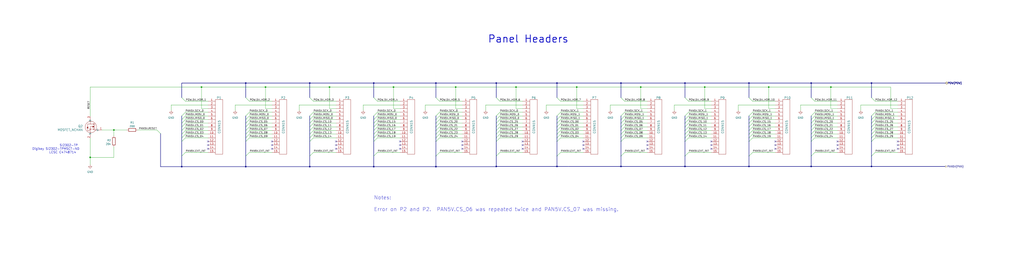
<source format=kicad_sch>
(kicad_sch (version 20230121) (generator eeschema)
  (paper "User" 711.2 190.5)
  (lib_symbols
    (symbol "Device:R" (pin_numbers hide) (pin_names (offset 0))
      (property "Reference" "R" (at 2.032 0 90))
      (property "Value" "R" (at 0 0 90))
      (symbol "R_0_1"
        (rectangle (start -1.016 -2.54) (end 1.016 2.54) (stroke (width 0.254)))
      )
      (symbol "R_1_1"
        (pin passive line (at 0 3.81 270) (length 1.27) (name "~") (number "1"))
        (pin passive line (at 0 -3.81 90) (length 1.27) (name "~") (number "2"))
      )
    )
    (symbol "arena_custom:CONN15" (pin_names (offset 1.016))
      (property "Reference" "P" (at -17.78 6.35 0))
      (property "Value" "CONN15" (at 13.97 6.35 0))
      (symbol "CONN15_0_1"
        (rectangle (start -19.05 5.08) (end 19.05 0))
      )
      (symbol "CONN15_1_1"
        (pin passive line (at -17.78 -5.08 90) (length 5.08) (name "~") (number "1"))
        (pin passive line (at 5.08 -5.08 90) (length 5.08) (name "~") (number "10"))
        (pin passive line (at 7.62 -5.08 90) (length 5.08) (name "~") (number "11"))
        (pin passive line (at 10.16 -5.08 90) (length 5.08) (name "~") (number "12"))
        (pin passive line (at 12.7 -5.08 90) (length 5.08) (name "~") (number "13"))
        (pin passive line (at 15.24 -5.08 90) (length 5.08) (name "~") (number "14"))
        (pin passive line (at 17.78 -5.08 90) (length 5.08) (name "~") (number "15"))
        (pin passive line (at -15.24 -5.08 90) (length 5.08) (name "~") (number "2"))
        (pin passive line (at -12.7 -5.08 90) (length 5.08) (name "~") (number "3"))
        (pin passive line (at -10.16 -5.08 90) (length 5.08) (name "~") (number "4"))
        (pin passive line (at -7.62 -5.08 90) (length 5.08) (name "~") (number "5"))
        (pin passive line (at -5.08 -5.08 90) (length 5.08) (name "~") (number "6"))
        (pin passive line (at -2.54 -5.08 90) (length 5.08) (name "~") (number "7"))
        (pin passive line (at 0 -5.08 90) (length 5.08) (name "~") (number "8"))
        (pin passive line (at 2.54 -5.08 90) (length 5.08) (name "~") (number "9"))
      )
    )
    (symbol "arena_custom:MOSFET_NCHAN" (pin_names (offset 1.016))
      (property "Reference" "Q" (at -4.826 6.35 0))
      (property "Value" "MOSFET_NCHAN" (at 0.381 -7.62 0))
      (symbol "MOSFET_NCHAN_0_1"
        (circle (center -0.508 2.032) (radius 3.9624))
        (polyline (pts (xy -6.858 0) (xy -5.842 0)))
        (polyline (pts (xy -2.54 0) (xy -2.54 1.016)) (stroke (width 0.254)))
        (polyline (pts (xy -2.54 1.778) (xy -2.54 2.794)) (stroke (width 0.254)))
        (polyline (pts (xy -2.54 3.556) (xy -2.54 4.572)) (stroke (width 0.254)))
        (polyline (pts (xy -0.254 4.064) (xy -2.54 4.064)))
        (polyline (pts (xy 0 -4.318) (xy 0 -1.524)))
        (polyline (pts (xy 0 0.508) (xy 0 -1.524)))
        (polyline (pts (xy 0 8.255) (xy 0 4.064)))
        (polyline (pts (xy 1.27 2.032) (xy 2.286 2.032)))
        (polyline (pts (xy -6.096 0) (xy -3.048 0) (xy -3.048 4.572)))
        (polyline (pts (xy -2.54 0.508) (xy 0 0.508) (xy 0 2.286) (xy -1.778 2.286)))
        (polyline (pts (xy -2.54 2.286) (xy -1.778 2.794) (xy -1.778 1.778) (xy -2.54 2.286)) (fill (type outline)))
        (polyline (pts (xy 0 -0.508) (xy 1.778 -0.508) (xy 1.778 4.064) (xy -0.254 4.064)))
        (polyline (pts (xy 1.778 2.032) (xy 1.27 1.27) (xy 2.286 1.27) (xy 1.778 2.032)) (fill (type outline)))
        (circle (center 0 0.508) (radius 0.254) (fill (type outline)))
      )
      (symbol "MOSFET_NCHAN_1_1"
        (pin input line (at -8.128 0 0) (length 1.27) (name "G") (number "1"))
        (pin input line (at 0 -5.588 90) (length 1.27) (name "S") (number "2"))
        (pin input line (at 0 9.525 270) (length 1.27) (name "D") (number "3"))
      )
    )
    (symbol "power:GND" (power) (pin_names (offset 0))
      (property "Value" "GND" (at 0 -3.81 0))
      (symbol "GND_0_1"
        (polyline (pts (xy 0 0) (xy 0 -1.27) (xy 1.27 -1.27) (xy 0 -2.54) (xy -1.27 -1.27) (xy 0 -1.27)))
      )
      (symbol "GND_1_1"
        (pin power_in line (at 0 0 270) (length 0) hide (name "GND") (number "1"))
      )
    )
  )
  (bus_alias "PAN" (members "RESET" "SCK_0" "MOSI_0" "MISO_0" "SCK_1" "MOSI_1" "MISO_1" "CS_00" "CS_01" "CS_02" "CS_03" "CS_04" "CS_05" "CS_06" "CS_07" "CS_08" "CS_09" "CS_10" "CS_11" "CS_12" "CS_13" "CS_14" "CS_15" "CS_16" "CS_17" "CS_18" "CS_19" "CS_20" "CS_21" "CS_22" "CS_23" "CS_24" "CS_25" "CS_26" "CS_27" "CS_28" "CS_29" "EXT_INT"))
  (junction (at 259.588 57.785))
  (junction (at 386.842 57.785))
  (junction (at 431.292 115.824))
  (junction (at 316.484 60.579))
  (junction (at 475.742 115.824))
  (junction (at 563.372 57.785))
  (junction (at 386.842 115.824))
  (junction (at 62.611 109.474))
  (junction (at 215.138 115.951))
  (junction (at 563.372 115.824))
  (junction (at 139.954 60.579))
  (junction (at 79.121 90.424))
  (junction (at 520.192 115.824))
  (junction (at 184.404 60.579))
  (junction (at 445.008 60.579))
  (junction (at 170.688 115.951))
  (junction (at 577.088 60.579))
  (junction (at 273.304 60.579))
  (junction (at 489.458 60.579))
  (junction (at 520.192 57.785))
  (junction (at 344.678 115.824))
  (junction (at 302.768 57.785))
  (junction (at 431.292 57.785))
  (junction (at 533.908 60.579))
  (junction (at 475.742 57.785))
  (junction (at 215.138 57.785))
  (junction (at 126.238 115.951))
  (junction (at 358.394 60.579))
  (junction (at 228.854 60.579))
  (junction (at 605.282 115.824))
  (junction (at 605.282 57.785))
  (junction (at 170.688 57.785))
  (junction (at 344.678 57.785))
  (junction (at 400.558 60.579))
  (junction (at 259.588 115.951))
  (junction (at 302.768 115.951))
  (no_connect (at 144.526 100.965))
  (no_connect (at 623.57 103.505))
  (no_connect (at 581.66 98.425))
  (no_connect (at 623.57 98.425))
  (no_connect (at 321.056 103.505))
  (no_connect (at 494.03 103.505))
  (no_connect (at 581.66 103.505))
  (no_connect (at 321.056 100.965))
  (no_connect (at 405.13 98.425))
  (no_connect (at 449.58 103.505))
  (no_connect (at 188.976 100.965))
  (no_connect (at 233.426 103.505))
  (no_connect (at 538.48 103.505))
  (no_connect (at 581.66 100.965))
  (no_connect (at 144.526 103.505))
  (no_connect (at 362.966 98.425))
  (no_connect (at 449.58 100.965))
  (no_connect (at 188.976 98.425))
  (no_connect (at 233.426 98.425))
  (no_connect (at 538.48 100.965))
  (no_connect (at 362.966 100.965))
  (no_connect (at 623.57 100.965))
  (no_connect (at 494.03 98.425))
  (no_connect (at 494.03 100.965))
  (no_connect (at 233.426 100.965))
  (no_connect (at 449.58 98.425))
  (no_connect (at 277.876 100.965))
  (no_connect (at 538.48 98.425))
  (no_connect (at 405.13 100.965))
  (no_connect (at 405.13 103.505))
  (no_connect (at 144.526 98.425))
  (no_connect (at 188.976 103.505))
  (no_connect (at 277.876 103.505))
  (no_connect (at 362.966 103.505))
  (no_connect (at 277.876 98.425))
  (no_connect (at 321.056 98.425))
  (bus_entry (at 563.372 88.265) (size 2.54 -2.54))
  (bus_entry (at 386.842 83.185) (size 2.54 -2.54))
  (bus_entry (at 302.768 80.645) (size 2.54 -2.54))
  (bus_entry (at 386.842 67.945) (size 2.54 2.54))
  (bus_entry (at 605.282 85.725) (size 2.54 -2.54))
  (bus_entry (at 475.742 98.425) (size 2.54 -2.54))
  (bus_entry (at 605.282 88.265) (size 2.54 -2.54))
  (bus_entry (at 344.678 90.805) (size 2.54 -2.54))
  (bus_entry (at 170.688 85.725) (size 2.54 -2.54))
  (bus_entry (at 259.588 98.425) (size 2.54 -2.54))
  (bus_entry (at 520.192 95.885) (size 2.54 -2.54))
  (bus_entry (at 126.238 85.725) (size 2.54 -2.54))
  (bus_entry (at 215.138 90.805) (size 2.54 -2.54))
  (bus_entry (at 215.138 98.425) (size 2.54 -2.54))
  (bus_entry (at 563.372 108.585) (size 2.54 -2.54))
  (bus_entry (at 126.238 80.645) (size 2.54 -2.54))
  (bus_entry (at 126.238 67.945) (size 2.54 2.54))
  (bus_entry (at 475.742 90.805) (size 2.54 -2.54))
  (bus_entry (at 605.282 80.645) (size 2.54 -2.54))
  (bus_entry (at 170.688 93.345) (size 2.54 -2.54))
  (bus_entry (at 520.192 83.185) (size 2.54 -2.54))
  (bus_entry (at 259.588 90.805) (size 2.54 -2.54))
  (bus_entry (at 170.688 95.885) (size 2.54 -2.54))
  (bus_entry (at 475.742 80.645) (size 2.54 -2.54))
  (bus_entry (at 431.292 98.425) (size 2.54 -2.54))
  (bus_entry (at 344.678 80.645) (size 2.54 -2.54))
  (bus_entry (at 344.678 85.725) (size 2.54 -2.54))
  (bus_entry (at 344.678 93.345) (size 2.54 -2.54))
  (bus_entry (at 386.842 88.265) (size 2.54 -2.54))
  (bus_entry (at 431.292 85.725) (size 2.54 -2.54))
  (bus_entry (at 215.138 80.645) (size 2.54 -2.54))
  (bus_entry (at 302.768 93.345) (size 2.54 -2.54))
  (bus_entry (at 126.238 95.885) (size 2.54 -2.54))
  (bus_entry (at 520.192 67.945) (size 2.54 2.54))
  (bus_entry (at 170.688 98.425) (size 2.54 -2.54))
  (bus_entry (at 475.742 85.725) (size 2.54 -2.54))
  (bus_entry (at 215.138 93.345) (size 2.54 -2.54))
  (bus_entry (at 386.842 95.885) (size 2.54 -2.54))
  (bus_entry (at 344.678 108.585) (size 2.54 -2.54))
  (bus_entry (at 563.372 95.885) (size 2.54 -2.54))
  (bus_entry (at 259.588 80.645) (size 2.54 -2.54))
  (bus_entry (at 215.138 88.265) (size 2.54 -2.54))
  (bus_entry (at 386.842 98.425) (size 2.54 -2.54))
  (bus_entry (at 475.742 95.885) (size 2.54 -2.54))
  (bus_entry (at 386.842 93.345) (size 2.54 -2.54))
  (bus_entry (at 170.688 108.585) (size 2.54 -2.54))
  (bus_entry (at 215.138 85.725) (size 2.54 -2.54))
  (bus_entry (at 111.506 92.964) (size -2.54 -2.54))
  (bus_entry (at 475.742 108.585) (size 2.54 -2.54))
  (bus_entry (at 563.372 83.185) (size 2.54 -2.54))
  (bus_entry (at 302.768 95.885) (size 2.54 -2.54))
  (bus_entry (at 302.768 108.585) (size 2.54 -2.54))
  (bus_entry (at 344.678 83.185) (size 2.54 -2.54))
  (bus_entry (at 431.292 93.345) (size 2.54 -2.54))
  (bus_entry (at 259.588 93.345) (size 2.54 -2.54))
  (bus_entry (at 344.678 98.425) (size 2.54 -2.54))
  (bus_entry (at 605.282 83.185) (size 2.54 -2.54))
  (bus_entry (at 215.138 95.885) (size 2.54 -2.54))
  (bus_entry (at 605.282 108.585) (size 2.54 -2.54))
  (bus_entry (at 431.292 80.645) (size 2.54 -2.54))
  (bus_entry (at 475.742 83.185) (size 2.54 -2.54))
  (bus_entry (at 126.238 83.185) (size 2.54 -2.54))
  (bus_entry (at 302.768 98.425) (size 2.54 -2.54))
  (bus_entry (at 259.588 85.725) (size 2.54 -2.54))
  (bus_entry (at 344.678 67.945) (size 2.54 2.54))
  (bus_entry (at 431.292 67.945) (size 2.54 2.54))
  (bus_entry (at 520.192 93.345) (size 2.54 -2.54))
  (bus_entry (at 126.238 90.805) (size 2.54 -2.54))
  (bus_entry (at 259.588 67.945) (size 2.54 2.54))
  (bus_entry (at 344.678 95.885) (size 2.54 -2.54))
  (bus_entry (at 605.282 98.425) (size 2.54 -2.54))
  (bus_entry (at 344.678 88.265) (size 2.54 -2.54))
  (bus_entry (at 431.292 88.265) (size 2.54 -2.54))
  (bus_entry (at 563.372 98.425) (size 2.54 -2.54))
  (bus_entry (at 475.742 67.945) (size 2.54 2.54))
  (bus_entry (at 520.192 98.425) (size 2.54 -2.54))
  (bus_entry (at 563.372 90.805) (size 2.54 -2.54))
  (bus_entry (at 170.688 83.185) (size 2.54 -2.54))
  (bus_entry (at 475.742 93.345) (size 2.54 -2.54))
  (bus_entry (at 170.688 90.805) (size 2.54 -2.54))
  (bus_entry (at 386.842 108.585) (size 2.54 -2.54))
  (bus_entry (at 259.588 88.265) (size 2.54 -2.54))
  (bus_entry (at 259.588 95.885) (size 2.54 -2.54))
  (bus_entry (at 520.192 88.265) (size 2.54 -2.54))
  (bus_entry (at 126.238 88.265) (size 2.54 -2.54))
  (bus_entry (at 563.372 67.945) (size 2.54 2.54))
  (bus_entry (at 302.768 67.945) (size 2.54 2.54))
  (bus_entry (at 215.138 108.585) (size 2.54 -2.54))
  (bus_entry (at 302.768 90.805) (size 2.54 -2.54))
  (bus_entry (at 475.742 88.265) (size 2.54 -2.54))
  (bus_entry (at 563.372 93.345) (size 2.54 -2.54))
  (bus_entry (at 605.282 95.885) (size 2.54 -2.54))
  (bus_entry (at 126.238 98.425) (size 2.54 -2.54))
  (bus_entry (at 126.238 93.345) (size 2.54 -2.54))
  (bus_entry (at 431.292 90.805) (size 2.54 -2.54))
  (bus_entry (at 170.688 88.265) (size 2.54 -2.54))
  (bus_entry (at 431.292 83.185) (size 2.54 -2.54))
  (bus_entry (at 563.372 80.645) (size 2.54 -2.54))
  (bus_entry (at 259.588 108.585) (size 2.54 -2.54))
  (bus_entry (at 215.138 83.185) (size 2.54 -2.54))
  (bus_entry (at 520.192 108.585) (size 2.54 -2.54))
  (bus_entry (at 302.768 85.725) (size 2.54 -2.54))
  (bus_entry (at 126.238 108.585) (size 2.54 -2.54))
  (bus_entry (at 386.842 85.725) (size 2.54 -2.54))
  (bus_entry (at 520.192 80.645) (size 2.54 -2.54))
  (bus_entry (at 170.688 67.945) (size 2.54 2.54))
  (bus_entry (at 386.842 80.645) (size 2.54 -2.54))
  (bus_entry (at 431.292 95.885) (size 2.54 -2.54))
  (bus_entry (at 605.282 93.345) (size 2.54 -2.54))
  (bus_entry (at 520.192 90.805) (size 2.54 -2.54))
  (bus_entry (at 302.768 83.185) (size 2.54 -2.54))
  (bus_entry (at 605.282 90.805) (size 2.54 -2.54))
  (bus_entry (at 259.588 83.185) (size 2.54 -2.54))
  (bus_entry (at 170.688 80.645) (size 2.54 -2.54))
  (bus_entry (at 431.292 108.585) (size 2.54 -2.54))
  (bus_entry (at 605.282 67.945) (size 2.54 2.54))
  (bus_entry (at 386.842 90.805) (size 2.54 -2.54))
  (bus_entry (at 563.372 85.725) (size 2.54 -2.54))
  (bus_entry (at 215.138 67.945) (size 2.54 2.54))
  (bus_entry (at 302.768 88.265) (size 2.54 -2.54))
  (bus_entry (at 520.192 85.725) (size 2.54 -2.54))
  (wire (pts (xy 184.404 75.565) (xy 184.404 60.579)))
  (wire (pts (xy 565.912 95.885) (xy 581.66 95.885)))
  (bus (pts (xy 259.588 115.951) (xy 302.768 115.951)))
  (bus (pts (xy 170.688 115.951) (xy 215.138 115.951)))
  (wire (pts (xy 305.308 93.345) (xy 321.056 93.345)))
  (bus (pts (xy 111.506 92.964) (xy 111.506 115.951)))
  (wire (pts (xy 597.916 73.025) (xy 623.57 73.025)))
  (bus (pts (xy 259.588 115.951) (xy 259.588 108.585)))
  (wire (pts (xy 533.908 75.565) (xy 533.908 60.579)))
  (wire (pts (xy 556.006 73.025) (xy 556.006 76.835)))
  (wire (pts (xy 433.832 93.345) (xy 449.58 93.345)))
  (bus (pts (xy 126.238 83.185) (xy 126.238 85.725)))
  (wire (pts (xy 478.282 88.265) (xy 494.03 88.265)))
  (bus (pts (xy 431.292 88.265) (xy 431.292 90.805)))
  (bus (pts (xy 475.742 88.265) (xy 475.742 90.805)))
  (wire (pts (xy 108.966 90.424) (xy 95.631 90.424)))
  (bus (pts (xy 215.138 90.805) (xy 215.138 93.345)))
  (bus (pts (xy 605.282 85.725) (xy 605.282 88.265)))
  (bus (pts (xy 170.688 95.885) (xy 170.688 98.425)))
  (bus (pts (xy 475.742 80.645) (xy 475.742 83.185)))
  (wire (pts (xy 262.128 95.885) (xy 277.876 95.885)))
  (bus (pts (xy 563.372 85.725) (xy 563.372 88.265)))
  (bus (pts (xy 126.238 95.885) (xy 126.238 98.425)))
  (bus (pts (xy 563.372 108.585) (xy 563.372 98.425)))
  (wire (pts (xy 433.832 83.185) (xy 449.58 83.185)))
  (bus (pts (xy 302.768 83.185) (xy 302.768 85.725)))
  (bus (pts (xy 386.842 108.585) (xy 386.842 115.824)))
  (wire (pts (xy 295.402 73.025) (xy 295.402 76.835)))
  (bus (pts (xy 386.842 98.425) (xy 386.842 108.585)))
  (wire (pts (xy 252.222 73.025) (xy 252.222 76.835)))
  (bus (pts (xy 520.192 93.345) (xy 520.192 95.885)))
  (wire (pts (xy 478.282 78.105) (xy 494.03 78.105)))
  (bus (pts (xy 344.678 80.645) (xy 344.678 83.185)))
  (bus (pts (xy 215.138 115.951) (xy 215.138 108.585)))
  (wire (pts (xy 565.912 80.645) (xy 581.66 80.645)))
  (wire (pts (xy 128.778 95.885) (xy 144.526 95.885)))
  (bus (pts (xy 520.192 108.585) (xy 520.192 98.425)))
  (bus (pts (xy 520.192 83.185) (xy 520.192 85.725)))
  (wire (pts (xy 305.308 106.045) (xy 321.056 106.045)))
  (bus (pts (xy 302.768 57.785) (xy 302.768 67.945)))
  (wire (pts (xy 305.308 90.805) (xy 321.056 90.805)))
  (wire (pts (xy 478.282 80.645) (xy 494.03 80.645)))
  (wire (pts (xy 62.611 109.474) (xy 62.611 114.554)))
  (bus (pts (xy 259.588 93.345) (xy 259.588 95.885)))
  (wire (pts (xy 173.228 70.485) (xy 188.976 70.485)))
  (wire (pts (xy 362.966 75.565) (xy 358.394 75.565)))
  (bus (pts (xy 386.842 88.265) (xy 386.842 90.805)))
  (wire (pts (xy 277.876 75.565) (xy 273.304 75.565)))
  (bus (pts (xy 431.292 80.645) (xy 431.292 83.185)))
  (wire (pts (xy 128.778 80.645) (xy 144.526 80.645)))
  (wire (pts (xy 445.008 75.565) (xy 445.008 60.579)))
  (wire (pts (xy 217.678 78.105) (xy 233.426 78.105)))
  (bus (pts (xy 344.678 115.824) (xy 386.842 115.824)))
  (wire (pts (xy 262.128 93.345) (xy 277.876 93.345)))
  (bus (pts (xy 302.768 90.805) (xy 302.768 93.345)))
  (wire (pts (xy 347.218 90.805) (xy 362.966 90.805)))
  (wire (pts (xy 389.382 93.345) (xy 405.13 93.345)))
  (bus (pts (xy 475.742 115.824) (xy 520.192 115.824)))
  (wire (pts (xy 478.282 70.485) (xy 494.03 70.485)))
  (wire (pts (xy 607.822 93.345) (xy 623.57 93.345)))
  (wire (pts (xy 128.778 78.105) (xy 144.526 78.105)))
  (bus (pts (xy 170.688 98.425) (xy 170.688 108.585)))
  (wire (pts (xy 316.484 60.579) (xy 358.394 60.579)))
  (wire (pts (xy 337.312 73.025) (xy 362.966 73.025)))
  (bus (pts (xy 431.292 115.824) (xy 475.742 115.824)))
  (wire (pts (xy 607.822 78.105) (xy 623.57 78.105)))
  (bus (pts (xy 344.678 57.785) (xy 344.678 67.945)))
  (wire (pts (xy 522.732 85.725) (xy 538.48 85.725)))
  (wire (pts (xy 433.832 80.645) (xy 449.58 80.645)))
  (wire (pts (xy 173.228 93.345) (xy 188.976 93.345)))
  (wire (pts (xy 128.778 90.805) (xy 144.526 90.805)))
  (wire (pts (xy 522.732 78.105) (xy 538.48 78.105)))
  (bus (pts (xy 259.588 85.725) (xy 259.588 88.265)))
  (wire (pts (xy 389.382 85.725) (xy 405.13 85.725)))
  (wire (pts (xy 468.376 73.025) (xy 468.376 76.835)))
  (bus (pts (xy 302.768 108.585) (xy 302.768 98.425)))
  (wire (pts (xy 184.404 60.579) (xy 228.854 60.579)))
  (wire (pts (xy 217.678 70.485) (xy 233.426 70.485)))
  (bus (pts (xy 215.138 85.725) (xy 215.138 88.265)))
  (bus (pts (xy 386.842 95.885) (xy 386.842 98.425)))
  (wire (pts (xy 273.304 75.565) (xy 273.304 60.579)))
  (wire (pts (xy 128.778 83.185) (xy 144.526 83.185)))
  (wire (pts (xy 522.732 80.645) (xy 538.48 80.645)))
  (bus (pts (xy 605.282 115.824) (xy 656.336 115.824)))
  (wire (pts (xy 173.228 95.885) (xy 188.976 95.885)))
  (bus (pts (xy 520.192 108.585) (xy 520.192 115.824)))
  (bus (pts (xy 605.282 57.785) (xy 656.59 57.785)))
  (wire (pts (xy 478.282 93.345) (xy 494.03 93.345)))
  (wire (pts (xy 445.008 60.579) (xy 489.458 60.579)))
  (bus (pts (xy 431.292 98.425) (xy 431.292 108.585)))
  (bus (pts (xy 344.678 90.805) (xy 344.678 93.345)))
  (wire (pts (xy 522.732 83.185) (xy 538.48 83.185)))
  (wire (pts (xy 565.912 93.345) (xy 581.66 93.345)))
  (bus (pts (xy 386.842 85.725) (xy 386.842 88.265)))
  (bus (pts (xy 386.842 90.805) (xy 386.842 93.345)))
  (wire (pts (xy 207.772 73.025) (xy 233.426 73.025)))
  (wire (pts (xy 228.854 75.565) (xy 228.854 60.579)))
  (wire (pts (xy 347.218 95.885) (xy 362.966 95.885)))
  (wire (pts (xy 262.128 70.485) (xy 277.876 70.485)))
  (wire (pts (xy 128.778 85.725) (xy 144.526 85.725)))
  (wire (pts (xy 347.218 83.185) (xy 362.966 83.185)))
  (wire (pts (xy 347.218 70.485) (xy 362.966 70.485)))
  (wire (pts (xy 173.228 85.725) (xy 188.976 85.725)))
  (wire (pts (xy 565.912 83.185) (xy 581.66 83.185)))
  (wire (pts (xy 538.48 75.565) (xy 533.908 75.565)))
  (bus (pts (xy 431.292 57.785) (xy 431.292 67.945)))
  (bus (pts (xy 215.138 95.885) (xy 215.138 98.425)))
  (wire (pts (xy 305.308 83.185) (xy 321.056 83.185)))
  (bus (pts (xy 605.282 108.585) (xy 605.282 115.824)))
  (bus (pts (xy 520.192 90.805) (xy 520.192 93.345)))
  (bus (pts (xy 170.688 90.805) (xy 170.688 93.345)))
  (bus (pts (xy 386.842 83.185) (xy 386.842 85.725)))
  (bus (pts (xy 344.678 108.585) (xy 344.678 98.425)))
  (bus (pts (xy 215.138 57.785) (xy 259.588 57.785)))
  (bus (pts (xy 431.292 57.785) (xy 475.742 57.785)))
  (bus (pts (xy 215.138 80.645) (xy 215.138 83.185)))
  (bus (pts (xy 605.282 80.645) (xy 605.282 83.185)))
  (bus (pts (xy 126.238 88.265) (xy 126.238 90.805)))
  (bus (pts (xy 520.192 85.725) (xy 520.192 88.265)))
  (wire (pts (xy 565.912 85.725) (xy 581.66 85.725)))
  (bus (pts (xy 215.138 108.585) (xy 215.138 98.425)))
  (bus (pts (xy 563.372 57.785) (xy 605.282 57.785)))
  (wire (pts (xy 217.678 83.185) (xy 233.426 83.185)))
  (bus (pts (xy 126.238 93.345) (xy 126.238 95.885)))
  (wire (pts (xy 577.088 60.579) (xy 618.617 60.579)))
  (bus (pts (xy 259.588 57.785) (xy 302.768 57.785)))
  (wire (pts (xy 478.282 106.045) (xy 494.03 106.045)))
  (bus (pts (xy 520.192 57.785) (xy 563.372 57.785)))
  (bus (pts (xy 475.742 98.425) (xy 475.742 108.585)))
  (wire (pts (xy 262.128 88.265) (xy 277.876 88.265)))
  (bus (pts (xy 386.842 80.645) (xy 386.842 83.185)))
  (wire (pts (xy 607.822 83.185) (xy 623.57 83.185)))
  (bus (pts (xy 605.282 108.585) (xy 605.282 98.425)))
  (wire (pts (xy 449.58 75.565) (xy 445.008 75.565)))
  (bus (pts (xy 344.678 85.725) (xy 344.678 88.265)))
  (wire (pts (xy 607.822 70.485) (xy 623.57 70.485)))
  (bus (pts (xy 563.372 88.265) (xy 563.372 90.805)))
  (wire (pts (xy 423.926 73.025) (xy 449.58 73.025)))
  (wire (pts (xy 305.308 80.645) (xy 321.056 80.645)))
  (bus (pts (xy 259.588 108.585) (xy 259.588 98.425)))
  (wire (pts (xy 128.778 70.485) (xy 144.526 70.485)))
  (wire (pts (xy 79.121 90.424) (xy 70.739 90.424)))
  (bus (pts (xy 344.678 115.951) (xy 344.678 115.824)))
  (wire (pts (xy 128.778 106.045) (xy 144.526 106.045)))
  (bus (pts (xy 126.238 108.585) (xy 126.238 115.951)))
  (bus (pts (xy 344.678 93.345) (xy 344.678 95.885)))
  (wire (pts (xy 478.282 85.725) (xy 494.03 85.725)))
  (wire (pts (xy 565.912 70.485) (xy 581.66 70.485)))
  (wire (pts (xy 252.222 73.025) (xy 277.876 73.025)))
  (wire (pts (xy 233.426 75.565) (xy 228.854 75.565)))
  (wire (pts (xy 565.912 90.805) (xy 581.66 90.805)))
  (wire (pts (xy 173.228 106.045) (xy 188.976 106.045)))
  (bus (pts (xy 344.678 83.185) (xy 344.678 85.725)))
  (wire (pts (xy 533.908 60.579) (xy 577.088 60.579)))
  (bus (pts (xy 344.678 88.265) (xy 344.678 90.805)))
  (wire (pts (xy 478.282 95.885) (xy 494.03 95.885)))
  (bus (pts (xy 259.588 90.805) (xy 259.588 93.345)))
  (bus (pts (xy 170.688 93.345) (xy 170.688 95.885)))
  (bus (pts (xy 126.238 85.725) (xy 126.238 88.265)))
  (wire (pts (xy 358.394 75.565) (xy 358.394 60.579)))
  (wire (pts (xy 347.218 85.725) (xy 362.966 85.725)))
  (bus (pts (xy 302.768 93.345) (xy 302.768 95.885)))
  (wire (pts (xy 607.822 80.645) (xy 623.57 80.645)))
  (wire (pts (xy 468.376 73.025) (xy 494.03 73.025)))
  (bus (pts (xy 520.192 88.265) (xy 520.192 90.805)))
  (wire (pts (xy 347.218 88.265) (xy 362.966 88.265)))
  (wire (pts (xy 62.611 96.012) (xy 62.611 109.474)))
  (bus (pts (xy 215.138 57.785) (xy 215.138 67.945)))
  (wire (pts (xy 581.66 75.565) (xy 577.088 75.565)))
  (wire (pts (xy 433.832 78.105) (xy 449.58 78.105)))
  (bus (pts (xy 431.292 95.885) (xy 431.292 98.425)))
  (bus (pts (xy 520.192 95.885) (xy 520.192 98.425)))
  (wire (pts (xy 163.322 73.025) (xy 188.976 73.025)))
  (wire (pts (xy 607.822 90.805) (xy 623.57 90.805)))
  (wire (pts (xy 400.558 60.579) (xy 445.008 60.579)))
  (bus (pts (xy 431.292 83.185) (xy 431.292 85.725)))
  (bus (pts (xy 126.238 115.951) (xy 170.688 115.951)))
  (wire (pts (xy 305.308 85.725) (xy 321.056 85.725)))
  (wire (pts (xy 565.912 78.105) (xy 581.66 78.105)))
  (wire (pts (xy 389.382 80.645) (xy 405.13 80.645)))
  (wire (pts (xy 597.916 73.025) (xy 597.916 76.835)))
  (wire (pts (xy 512.826 73.025) (xy 512.826 76.835)))
  (wire (pts (xy 262.128 90.805) (xy 277.876 90.805)))
  (wire (pts (xy 512.826 73.025) (xy 538.48 73.025)))
  (bus (pts (xy 170.688 85.725) (xy 170.688 88.265)))
  (wire (pts (xy 607.822 88.265) (xy 623.57 88.265)))
  (bus (pts (xy 520.192 115.824) (xy 563.372 115.824)))
  (wire (pts (xy 173.228 78.105) (xy 188.976 78.105)))
  (bus (pts (xy 475.742 57.785) (xy 520.192 57.785)))
  (wire (pts (xy 607.822 95.885) (xy 623.57 95.885)))
  (wire (pts (xy 522.732 70.485) (xy 538.48 70.485)))
  (wire (pts (xy 321.056 75.565) (xy 316.484 75.565)))
  (bus (pts (xy 170.688 57.785) (xy 215.138 57.785)))
  (wire (pts (xy 228.854 60.579) (xy 273.304 60.579)))
  (bus (pts (xy 475.742 95.885) (xy 475.742 98.425)))
  (wire (pts (xy 273.304 60.579) (xy 316.484 60.579)))
  (bus (pts (xy 344.678 57.785) (xy 386.842 57.785)))
  (wire (pts (xy 522.732 88.265) (xy 538.48 88.265)))
  (bus (pts (xy 386.842 57.785) (xy 431.292 57.785)))
  (wire (pts (xy 217.678 95.885) (xy 233.426 95.885)))
  (wire (pts (xy 188.976 75.565) (xy 184.404 75.565)))
  (bus (pts (xy 475.742 90.805) (xy 475.742 93.345)))
  (bus (pts (xy 605.282 83.185) (xy 605.282 85.725)))
  (wire (pts (xy 494.03 75.565) (xy 489.458 75.565)))
  (wire (pts (xy 389.382 88.265) (xy 405.13 88.265)))
  (bus (pts (xy 563.372 57.785) (xy 563.372 67.945)))
  (wire (pts (xy 379.476 73.025) (xy 379.476 76.835)))
  (wire (pts (xy 556.006 73.025) (xy 581.66 73.025)))
  (bus (pts (xy 126.238 98.425) (xy 126.238 108.585)))
  (wire (pts (xy 217.678 90.805) (xy 233.426 90.805)))
  (bus (pts (xy 126.238 80.645) (xy 126.238 83.185)))
  (bus (pts (xy 563.372 95.885) (xy 563.372 98.425)))
  (bus (pts (xy 111.506 115.951) (xy 126.238 115.951)))
  (wire (pts (xy 62.611 60.579) (xy 62.611 80.899)))
  (bus (pts (xy 386.842 57.785) (xy 386.842 67.945)))
  (wire (pts (xy 433.832 88.265) (xy 449.58 88.265)))
  (wire (pts (xy 358.394 60.579) (xy 400.558 60.579)))
  (wire (pts (xy 305.308 70.485) (xy 321.056 70.485)))
  (wire (pts (xy 62.611 60.579) (xy 139.954 60.579)))
  (bus (pts (xy 431.292 90.805) (xy 431.292 93.345)))
  (bus (pts (xy 215.138 115.951) (xy 259.588 115.951)))
  (wire (pts (xy 478.282 90.805) (xy 494.03 90.805)))
  (wire (pts (xy 173.228 88.265) (xy 188.976 88.265)))
  (bus (pts (xy 259.588 57.785) (xy 259.588 67.945)))
  (wire (pts (xy 522.732 106.045) (xy 538.48 106.045)))
  (wire (pts (xy 262.128 85.725) (xy 277.876 85.725)))
  (wire (pts (xy 262.128 80.645) (xy 277.876 80.645)))
  (wire (pts (xy 347.218 93.345) (xy 362.966 93.345)))
  (wire (pts (xy 262.128 106.045) (xy 277.876 106.045)))
  (bus (pts (xy 475.742 85.725) (xy 475.742 88.265)))
  (wire (pts (xy 522.732 93.345) (xy 538.48 93.345)))
  (wire (pts (xy 139.954 60.579) (xy 184.404 60.579)))
  (bus (pts (xy 170.688 88.265) (xy 170.688 90.805)))
  (bus (pts (xy 386.842 93.345) (xy 386.842 95.885)))
  (wire (pts (xy 144.526 75.565) (xy 139.954 75.565)))
  (wire (pts (xy 577.088 75.565) (xy 577.088 60.579)))
  (wire (pts (xy 489.458 60.579) (xy 533.908 60.579)))
  (wire (pts (xy 389.382 70.485) (xy 405.13 70.485)))
  (bus (pts (xy 259.588 88.265) (xy 259.588 90.805)))
  (bus (pts (xy 431.292 108.585) (xy 431.292 115.824)))
  (wire (pts (xy 217.678 88.265) (xy 233.426 88.265)))
  (bus (pts (xy 170.688 57.785) (xy 170.688 67.945)))
  (wire (pts (xy 217.678 106.045) (xy 233.426 106.045)))
  (wire (pts (xy 88.011 90.424) (xy 79.121 90.424)))
  (bus (pts (xy 215.138 88.265) (xy 215.138 90.805)))
  (bus (pts (xy 520.192 80.645) (xy 520.192 83.185)))
  (wire (pts (xy 217.678 93.345) (xy 233.426 93.345)))
  (wire (pts (xy 423.926 73.025) (xy 423.926 76.835)))
  (bus (pts (xy 431.292 93.345) (xy 431.292 95.885)))
  (bus (pts (xy 475.742 108.585) (xy 475.742 115.824)))
  (wire (pts (xy 389.382 83.185) (xy 405.13 83.185)))
  (wire (pts (xy 337.312 73.025) (xy 337.312 76.835)))
  (wire (pts (xy 347.218 78.105) (xy 362.966 78.105)))
  (wire (pts (xy 207.772 73.025) (xy 207.772 76.835)))
  (bus (pts (xy 475.742 93.345) (xy 475.742 95.885)))
  (bus (pts (xy 259.588 80.645) (xy 259.588 83.185)))
  (wire (pts (xy 118.872 73.025) (xy 118.872 76.835)))
  (bus (pts (xy 126.238 67.945) (xy 126.238 57.785)))
  (wire (pts (xy 389.382 106.045) (xy 405.13 106.045)))
  (wire (pts (xy 607.822 85.725) (xy 623.57 85.725)))
  (wire (pts (xy 139.954 75.565) (xy 139.954 60.579)))
  (bus (pts (xy 563.372 83.185) (xy 563.372 85.725)))
  (wire (pts (xy 433.832 106.045) (xy 449.58 106.045)))
  (bus (pts (xy 302.768 95.885) (xy 302.768 98.425)))
  (bus (pts (xy 563.372 115.824) (xy 605.282 115.824)))
  (wire (pts (xy 478.282 83.185) (xy 494.03 83.185)))
  (wire (pts (xy 128.778 88.265) (xy 144.526 88.265)))
  (bus (pts (xy 259.588 83.185) (xy 259.588 85.725)))
  (bus (pts (xy 126.238 90.805) (xy 126.238 93.345)))
  (wire (pts (xy 217.678 80.645) (xy 233.426 80.645)))
  (wire (pts (xy 389.382 95.885) (xy 405.13 95.885)))
  (bus (pts (xy 605.282 88.265) (xy 605.282 90.805)))
  (wire (pts (xy 118.872 73.025) (xy 144.526 73.025)))
  (bus (pts (xy 605.282 93.345) (xy 605.282 95.885)))
  (wire (pts (xy 433.832 90.805) (xy 449.58 90.805)))
  (bus (pts (xy 605.282 95.885) (xy 605.282 98.425)))
  (bus (pts (xy 170.688 108.585) (xy 170.688 115.951)))
  (wire (pts (xy 173.228 80.645) (xy 188.976 80.645)))
  (wire (pts (xy 163.322 73.025) (xy 163.322 76.835)))
  (wire (pts (xy 618.617 75.565) (xy 623.57 75.565)))
  (bus (pts (xy 563.372 90.805) (xy 563.372 93.345)))
  (bus (pts (xy 302.768 88.265) (xy 302.768 90.805)))
  (wire (pts (xy 379.476 73.025) (xy 405.13 73.025)))
  (wire (pts (xy 316.484 75.565) (xy 316.484 60.579)))
  (wire (pts (xy 217.678 85.725) (xy 233.426 85.725)))
  (wire (pts (xy 389.382 78.105) (xy 405.13 78.105)))
  (wire (pts (xy 262.128 78.105) (xy 277.876 78.105)))
  (bus (pts (xy 302.768 57.785) (xy 344.678 57.785)))
  (wire (pts (xy 405.13 75.565) (xy 400.558 75.565)))
  (wire (pts (xy 433.832 95.885) (xy 449.58 95.885)))
  (wire (pts (xy 489.458 75.565) (xy 489.458 60.579)))
  (wire (pts (xy 79.121 109.474) (xy 62.611 109.474)))
  (bus (pts (xy 520.192 57.785) (xy 520.192 67.945)))
  (wire (pts (xy 128.778 93.345) (xy 144.526 93.345)))
  (bus (pts (xy 215.138 93.345) (xy 215.138 95.885)))
  (bus (pts (xy 344.678 115.824) (xy 344.678 108.585)))
  (wire (pts (xy 305.308 95.885) (xy 321.056 95.885)))
  (bus (pts (xy 475.742 57.785) (xy 475.742 67.945)))
  (bus (pts (xy 475.742 83.185) (xy 475.742 85.725)))
  (wire (pts (xy 347.218 106.045) (xy 362.966 106.045)))
  (bus (pts (xy 259.588 95.885) (xy 259.588 98.425)))
  (wire (pts (xy 433.832 70.485) (xy 449.58 70.485)))
  (bus (pts (xy 215.138 83.185) (xy 215.138 85.725)))
  (bus (pts (xy 431.292 115.824) (xy 394.716 115.824)))
  (bus (pts (xy 302.768 115.951) (xy 302.768 108.585)))
  (wire (pts (xy 173.228 83.185) (xy 188.976 83.185)))
  (bus (pts (xy 126.238 57.785) (xy 170.688 57.785)))
  (bus (pts (xy 344.678 95.885) (xy 344.678 98.425)))
  (wire (pts (xy 295.402 73.025) (xy 321.056 73.025)))
  (wire (pts (xy 607.822 106.045) (xy 623.57 106.045)))
  (bus (pts (xy 170.688 83.185) (xy 170.688 85.725)))
  (wire (pts (xy 305.308 88.265) (xy 321.056 88.265)))
  (bus (pts (xy 563.372 93.345) (xy 563.372 95.885)))
  (wire (pts (xy 400.558 75.565) (xy 400.558 60.579)))
  (wire (pts (xy 262.128 83.185) (xy 277.876 83.185)))
  (wire (pts (xy 79.121 102.108) (xy 79.121 109.474)))
  (wire (pts (xy 389.382 90.805) (xy 405.13 90.805)))
  (bus (pts (xy 302.768 80.645) (xy 302.768 83.185)))
  (bus (pts (xy 563.372 108.585) (xy 563.372 115.824)))
  (wire (pts (xy 522.732 90.805) (xy 538.48 90.805)))
  (bus (pts (xy 170.688 80.645) (xy 170.688 83.185)))
  (wire (pts (xy 79.121 90.424) (xy 79.121 94.488)))
  (wire (pts (xy 347.218 80.645) (xy 362.966 80.645)))
  (wire (pts (xy 173.228 90.805) (xy 188.976 90.805)))
  (bus (pts (xy 431.292 85.725) (xy 431.292 88.265)))
  (wire (pts (xy 618.617 75.565) (xy 618.617 60.579)))
  (wire (pts (xy 522.732 95.885) (xy 538.48 95.885)))
  (wire (pts (xy 565.912 106.045) (xy 581.66 106.045)))
  (bus (pts (xy 386.842 115.824) (xy 394.589 115.824)))
  (bus (pts (xy 605.282 90.805) (xy 605.282 93.345)))
  (wire (pts (xy 433.832 85.725) (xy 449.58 85.725)))
  (bus (pts (xy 302.768 85.725) (xy 302.768 88.265)))
  (bus (pts (xy 302.768 115.951) (xy 344.678 115.951)))
  (bus (pts (xy 563.372 80.645) (xy 563.372 83.185)))
  (wire (pts (xy 305.308 78.105) (xy 321.056 78.105)))
  (bus (pts (xy 605.282 57.785) (xy 605.282 67.945)))
  (wire (pts (xy 565.912 88.265) (xy 581.66 88.265)))
  (text "Notes:\n\nError on P2 and P2.  PAN5V.CS_06 was repeated twice and PAN5V.CS_07 was missing. " (at 259.715 147.32 0) (effects (font (size 2.54 2.54)) (justify left bottom)))
  (text "Panel Headers" (at 338.709 30.226 0) (effects (font (size 5.08 5.08) (thickness 0.508) bold) (justify left bottom)))
  (text "SI2302-TP \nDigikey SI2302-TPMSCT-ND\nLCSC C4748714  \n" (at 55.245 107.061 0) (effects (font (size 1.524 1.524)) (justify right bottom)))
  (label "PAN5V.CS_25" (at 607.822 85.725 0))
  (label "PAN5V.CS_25" (at 347.218 85.725 0))
  (label "PAN5V.CS_17" (at 262.128 90.805 0))
  (label "PAN5V.MOSI_0" (at 128.778 80.645 0))
  (label "PAN5V.CS_20" (at 305.308 85.725 0))
  (label "PAN5V.CS_06" (at 433.832 88.265 0))
  (label "PAN5V.EXT_INT" (at 262.255 106.045 0))
  (label "PAN5V.CS_04" (at 128.778 95.885 0))
  (label "PAN5V.CS_28" (at 347.218 93.345 0))
  (label "PAN5V.CS_02" (at 128.778 90.805 0))
  (label "PAN5V.CS_08" (at 173.228 93.345 0))
  (label "PAN5V.SCK_1" (at 389.382 78.105 0))
  (label "PAN5V.CS_19" (at 522.732 95.885 0))
  (label "PAN5V.CS_28" (at 607.822 93.345 0))
  (label "PAN5V.EXT_INT" (at 389.509 106.045 0))
  (label "PAN5V.CS_24" (at 565.912 95.885 0))
  (label "POW.5V_HDR_8" (at 433.832 70.485 0))
  (label "PAN5V.EXT_INT" (at 433.959 106.045 0))
  (label "POW.5V_HDR_12" (at 607.822 70.485 0))
  (label "PAN5V.CS_18" (at 522.732 93.345 0))
  (label "PAN5V.MOSI_1" (at 433.832 80.645 0))
  (label "PAN5V.CS_21" (at 565.912 88.265 0))
  (label "PAN5V.CS_09" (at 173.228 95.885 0))
  (label "PAN5V.RESET" (at 108.966 90.424 180))
  (label "POW.5V_HDR_10" (at 522.732 70.485 0))
  (label "PAN5V.EXT_INT" (at 347.345 106.045 0))
  (label "PAN5V.CS_00" (at 128.778 85.725 0))
  (label "PAN5V.CS_19" (at 262.128 95.885 0))
  (label "PAN5V.CS_24" (at 305.308 95.885 0))
  (label "PAN5V.CS_21" (at 305.308 88.265 0))
  (label "POW.5V_HDR_4" (at 262.128 70.485 0))
  (label "PAN5V.CS_12" (at 478.282 90.805 0))
  (label "PAN5V.MOSI_1" (at 389.382 80.645 0))
  (label "PAN5V.CS_00" (at 389.382 85.725 0))
  (label "PAN5V.CS_01" (at 389.382 88.265 0))
  (label "PAN5V.EXT_INT" (at 566.039 106.045 0))
  (label "PAN5V.CS_07" (at 433.832 90.805 0))
  (label "PAN5V.MOSI_0" (at 305.308 80.645 0))
  (label "PAN5V.CS_10" (at 478.282 85.725 0))
  (label "POW.5V_HDR_7" (at 389.382 70.485 0))
  (label "PAN5V.CS_10" (at 217.678 85.725 0))
  (label "PAN5V.EXT_INT" (at 173.355 106.045 0))
  (label "PAN5V.CS_22" (at 305.308 90.805 0))
  (label "PAN5V.SCK_0" (at 347.218 78.105 0))
  (label "PAN5V.CS_27" (at 607.822 90.805 0))
  (label "PAN5V.SCK_0" (at 217.678 78.105 0))
  (label "PAN5V.SCK_0" (at 305.308 78.105 0))
  (label "PAN5V.EXT_INT" (at 522.859 106.045 0))
  (label "PAN5V.CS_22" (at 565.912 90.805 0))
  (label "PAN5V.CS_11" (at 478.282 88.265 0))
  (label "PAN5V.EXT_INT" (at 305.435 106.045 0))
  (label "PAN5V.SCK_0" (at 173.228 78.105 0))
  (label "PAN5V.EXT_INT" (at 607.949 106.045 0))
  (label "PAN5V.CS_13" (at 478.282 93.345 0))
  (label "PAN5V.MISO_1" (at 478.282 83.185 0))
  (label "PAN5V.MISO_0" (at 217.678 83.185 0))
  (label "PAN5V.CS_03" (at 128.778 93.345 0))
  (label "PAN5V.CS_29" (at 347.218 95.885 0))
  (label "POW.5V_HDR_2" (at 173.355 70.485 0))
  (label "PAN5V.MOSI_0" (at 217.678 80.645 0))
  (label "POW.5V_HDR_1" (at 129.032 70.485 0))
  (label "PAN5V.CS_26" (at 607.822 88.265 0))
  (label "PAN5V.MISO_1" (at 565.912 83.185 0))
  (label "PAN5V.MISO_0" (at 262.128 83.185 0))
  (label "PAN5V.CS_13" (at 217.678 93.345 0))
  (label "RESET" (at 62.611 70.104 270))
  (label "PAN5V.MOSI_1" (at 478.282 80.645 0))
  (label "PAN5V.MOSI_0" (at 173.228 80.645 0))
  (label "PAN5V.SCK_1" (at 607.822 78.105 0))
  (label "PAN5V.MISO_0" (at 305.308 83.185 0))
  (label "PAN5V.MISO_0" (at 128.778 83.185 0))
  (label "PAN5V.EXT_INT" (at 128.905 106.045 0))
  (label "PAN5V.MOSI_0" (at 347.218 80.645 0))
  (label "PAN5V.CS_15" (at 262.128 85.725 0))
  (label "PAN5V.CS_26" (at 347.218 88.265 0))
  (label "POW.5V_HDR_3" (at 217.678 70.485 0))
  (label "PAN5V.CS_05" (at 173.228 85.725 0))
  (label "PAN5V.MISO_1" (at 607.822 83.185 0))
  (label "PAN5V.CS_08" (at 433.832 93.345 0))
  (label "PAN5V.SCK_1" (at 522.732 78.105 0))
  (label "PAN5V.SCK_0" (at 128.778 78.105 0))
  (label "PAN5V.CS_16" (at 522.732 88.265 0))
  (label "PAN5V.CS_05" (at 433.832 85.725 0))
  (label "PAN5V.CS_17" (at 522.732 90.805 0))
  (label "PAN5V.CS_20" (at 565.912 85.725 0))
  (label "PAN5V.MOSI_1" (at 522.732 80.645 0))
  (label "PAN5V.CS_14" (at 217.678 95.885 0))
  (label "PAN5V.CS_16" (at 262.128 88.265 0))
  (label "POW.5V_HDR_6" (at 347.218 70.485 0))
  (label "PAN5V.MISO_1" (at 433.832 83.185 0))
  (label "PAN5V.CS_07" (at 173.228 90.805 0))
  (label "PAN5V.CS_23" (at 305.308 93.345 0))
  (label "PAN5V.CS_27" (at 347.218 90.805 0))
  (label "PAN5V.SCK_1" (at 565.912 78.105 0))
  (label "PAN5V.SCK_0" (at 262.128 78.105 0))
  (label "PAN5V.EXT_INT" (at 217.805 106.045 0))
  (label "POW.5V_HDR_11" (at 565.912 70.485 0))
  (label "PAN5V.MISO_1" (at 522.732 83.185 0))
  (label "PAN5V.CS_29" (at 607.822 95.885 0))
  (label "PAN5V.MISO_1" (at 389.382 83.185 0))
  (label "PAN5V.MOSI_0" (at 262.128 80.645 0))
  (label "PAN5V.CS_01" (at 128.778 88.265 0))
  (label "PAN5V.CS_06" (at 173.228 88.265 0))
  (label "PAN5V.MOSI_1" (at 565.912 80.645 0))
  (label "PAN5V.CS_15" (at 522.732 85.725 0))
  (label "PAN5V.CS_11" (at 217.678 88.265 0))
  (label "PAN5V.CS_09" (at 433.832 95.885 0))
  (label "POW.5V_HDR_9" (at 478.282 70.485 0))
  (label "PAN5V.SCK_1" (at 478.282 78.105 0))
  (label "PAN5V.SCK_1" (at 433.832 78.105 0))
  (label "PAN5V.CS_23" (at 565.912 93.345 0))
  (label "PAN5V.CS_12" (at 217.678 90.805 0))
  (label "POW.5V_HDR_5" (at 305.308 70.485 0))
  (label "PAN5V.CS_03" (at 389.382 93.345 0))
  (label "PAN5V.MISO_0" (at 347.218 83.185 0))
  (label "PAN5V.CS_18" (at 262.128 93.345 0))
  (label "PAN5V.CS_02" (at 389.382 90.805 0))
  (label "PAN5V.MISO_0" (at 173.228 83.185 0))
  (label "PAN5V.EXT_INT" (at 478.409 106.045 0))
  (label "PAN5V.MOSI_1" (at 607.822 80.645 0))
  (label "PAN5V.CS_14" (at 478.282 95.885 0))
  (label "PAN5V.CS_04" (at 389.382 95.885 0))
  (hierarchical_label "POW{POW}" (shape input) (at 656.59 57.785 0) (effects (font bold)))
  (hierarchical_label "PAN5V{PAN}" (shape bidirectional) (at 656.336 115.824 0))
  (symbol (lib_id "power:GND") (at 379.476 76.835 0) (unit 1)
    (property "Reference" "#PWR044" (effects hide))
    (property "Value" "GND" (at 379.476 81.915 0))
  )
  (symbol (lib_id "arena_custom:CONN15") (at 326.136 88.265 270) (unit 1)
    (property "Reference" "P5" (at 327.152 68.072 90) (effects (font (size 1.524 1.524)) (justify left)))
    (property "Value" "CONN15" (at 328.93 83.566 0) (effects (font (size 1.524 1.524)) (justify left)))
    (property "Footprint" "arena_custom:HEADER_TOP" (effects hide))
  )
  (symbol (lib_id "power:GND") (at 163.322 76.835 0) (unit 1)
    (property "Reference" "#PWR051" (effects hide))
    (property "Value" "GND" (at 163.322 81.915 0))
  )
  (symbol (lib_id "power:GND") (at 337.312 76.835 0) (unit 1)
    (property "Reference" "#PWR059" (effects hide))
    (property "Value" "GND" (at 337.312 81.915 0))
  )
  (symbol (lib_id "arena_custom:CONN15") (at 282.956 88.265 270) (unit 1)
    (property "Reference" "P4" (at 283.972 68.072 90) (effects (font (size 1.524 1.524)) (justify left)))
    (property "Value" "CONN15" (at 285.75 83.566 0) (effects (font (size 1.524 1.524)) (justify left)))
    (property "Footprint" "arena_custom:HEADER_TOP" (effects hide))
  )
  (symbol (lib_id "power:GND") (at 252.222 76.835 0) (unit 1)
    (property "Reference" "#PWR055" (effects hide))
    (property "Value" "GND" (at 252.222 81.915 0))
  )
  (symbol (lib_id "Device:R") (at 91.821 90.424 90) (mirror x) (unit 1)
    (property "Reference" "R1" (at 91.821 85.344 90))
    (property "Value" "200" (at 91.821 87.884 90))
    (property "Footprint" "Resistor_SMD:R_0805_2012Metric" (effects hide))
  )
  (symbol (lib_id "arena_custom:CONN15") (at 586.74 88.265 270) (unit 1)
    (property "Reference" "P11" (at 587.756 68.072 90) (effects (font (size 1.524 1.524)) (justify left)))
    (property "Value" "CONN15" (at 589.534 83.566 0) (effects (font (size 1.524 1.524)) (justify left)))
    (property "Footprint" "arena_custom:HEADER_TOP" (effects hide))
  )
  (symbol (lib_id "Device:R") (at 79.121 98.298 0) (mirror x) (unit 1)
    (property "Reference" "R2" (at 77.089 97.663 0) (effects (justify right)))
    (property "Value" "20k" (at 77.089 100.203 0) (effects (justify right)))
    (property "Footprint" "Resistor_SMD:R_0805_2012Metric" (effects hide))
  )
  (symbol (lib_id "power:GND") (at 556.006 76.835 0) (unit 1)
    (property "Reference" "#PWR048" (effects hide))
    (property "Value" "GND" (at 556.006 81.915 0))
  )
  (symbol (lib_id "power:GND") (at 512.826 76.835 0) (unit 1)
    (property "Reference" "#PWR047" (effects hide))
    (property "Value" "GND" (at 512.826 81.915 0))
  )
  (symbol (lib_id "arena_custom:CONN15") (at 499.11 88.265 270) (unit 1)
    (property "Reference" "P9" (at 500.126 68.072 90) (effects (font (size 1.524 1.524)) (justify left)))
    (property "Value" "CONN15" (at 501.904 83.566 0) (effects (font (size 1.524 1.524)) (justify left)))
    (property "Footprint" "arena_custom:HEADER_TOP" (effects hide))
  )
  (symbol (lib_id "arena_custom:CONN15") (at 368.046 88.265 270) (unit 1)
    (property "Reference" "P6" (at 369.062 68.072 90) (effects (font (size 1.524 1.524)) (justify left)))
    (property "Value" "CONN15" (at 370.84 83.566 0) (effects (font (size 1.524 1.524)) (justify left)))
    (property "Footprint" "arena_custom:HEADER_TOP" (effects hide))
  )
  (symbol (lib_id "power:GND") (at 295.402 76.835 0) (unit 1)
    (property "Reference" "#PWR057" (effects hide))
    (property "Value" "GND" (at 295.402 81.915 0))
  )
  (symbol (lib_id "arena_custom:CONN15") (at 628.65 88.265 270) (unit 1)
    (property "Reference" "P12" (at 629.666 68.072 90) (effects (font (size 1.524 1.524)) (justify left)))
    (property "Value" "CONN15" (at 631.444 83.566 0) (effects (font (size 1.524 1.524)) (justify left)))
    (property "Footprint" "arena_custom:HEADER_TOP" (effects hide))
  )
  (symbol (lib_id "arena_custom:CONN15") (at 149.606 88.265 270) (unit 1)
    (property "Reference" "P1" (at 150.495 68.072 90) (effects (font (size 1.524 1.524)) (justify left)))
    (property "Value" "CONN15" (at 152.273 83.566 0) (effects (font (size 1.524 1.524)) (justify left)))
    (property "Footprint" "arena_custom:HEADER_TOP" (effects hide))
  )
  (symbol (lib_id "arena_custom:CONN15") (at 454.66 88.265 270) (unit 1)
    (property "Reference" "P8" (at 455.676 68.072 90) (effects (font (size 1.524 1.524)) (justify left)))
    (property "Value" "CONN15" (at 457.454 83.566 0) (effects (font (size 1.524 1.524)) (justify left)))
    (property "Footprint" "arena_custom:HEADER_TOP" (effects hide))
  )
  (symbol (lib_id "power:GND") (at 423.926 76.835 0) (unit 1)
    (property "Reference" "#PWR045" (effects hide))
    (property "Value" "GND" (at 423.926 81.915 0))
  )
  (symbol (lib_id "power:GND") (at 207.772 76.835 0) (unit 1)
    (property "Reference" "#PWR053" (effects hide))
    (property "Value" "GND" (at 207.772 81.915 0))
  )
  (symbol (lib_id "arena_custom:CONN15") (at 238.506 88.265 270) (unit 1)
    (property "Reference" "P3" (at 239.522 68.072 90) (effects (font (size 1.524 1.524)) (justify left)))
    (property "Value" "CONN15" (at 241.3 83.566 0) (effects (font (size 1.524 1.524)) (justify left)))
    (property "Footprint" "arena_custom:HEADER_TOP" (effects hide))
  )
  (symbol (lib_id "arena_custom:CONN15") (at 194.056 88.265 270) (unit 1)
    (property "Reference" "P2" (at 195.072 68.072 90) (effects (font (size 1.524 1.524)) (justify left)))
    (property "Value" "CONN15" (at 196.85 83.566 0) (effects (font (size 1.524 1.524)) (justify left)))
    (property "Footprint" "arena_custom:HEADER_TOP" (effects hide))
  )
  (symbol (lib_id "power:GND") (at 118.872 76.835 0) (unit 1)
    (property "Reference" "#PWR03" (effects hide))
    (property "Value" "GND" (at 118.872 81.915 0))
  )
  (symbol (lib_id "arena_custom:MOSFET_NCHAN") (at 62.611 90.424 0) (mirror y) (unit 1)
    (property "Reference" "Q2" (at 57.531 87.8205 0) (effects (font (size 1.524 1.524)) (justify left)))
    (property "Value" "MOSFET_NCHAN" (at 57.531 90.3605 0) (effects (font (size 1.524 1.524)) (justify left)))
    (property "Footprint" "Package_TO_SOT_SMD:SOT-23-3" (effects hide))
  )
  (symbol (lib_id "arena_custom:CONN15") (at 410.21 88.265 270) (unit 1)
    (property "Reference" "P7" (at 411.099 68.072 90) (effects (font (size 1.524 1.524)) (justify left)))
    (property "Value" "CONN15" (at 412.877 83.566 0) (effects (font (size 1.524 1.524)) (justify left)))
    (property "Footprint" "arena_custom:HEADER_TOP" (effects hide))
  )
  (symbol (lib_id "power:GND") (at 597.916 76.835 0) (unit 1)
    (property "Reference" "#PWR049" (effects hide))
    (property "Value" "GND" (at 597.916 81.915 0))
  )
  (symbol (lib_id "arena_custom:CONN15") (at 543.56 88.265 270) (unit 1)
    (property "Reference" "P10" (at 544.576 68.072 90) (effects (font (size 1.524 1.524)) (justify left)))
    (property "Value" "CONN15" (at 546.354 83.566 0) (effects (font (size 1.524 1.524)) (justify left)))
    (property "Footprint" "arena_custom:HEADER_TOP" (effects hide))
  )
  (symbol (lib_id "power:GND") (at 468.376 76.835 0) (unit 1)
    (property "Reference" "#PWR046" (effects hide))
    (property "Value" "GND" (at 468.376 81.915 0))
  )
  (symbol (lib_id "power:GND") (at 62.611 114.554 0) (mirror y) (unit 1)
    (property "Reference" "#PWR014" (effects hide))
    (property "Value" "GND" (at 62.611 119.634 0))
  )
)
</source>
